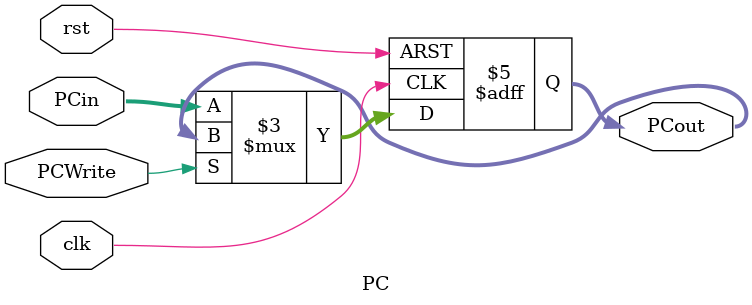
<source format=v>

module PC (	clk, 
		rst,
		PCWrite,
		PCin, 
		PCout);
	
	parameter pc_size = 18;
	
	input  clk, rst, PCWrite;
	input  [pc_size-1:0] PCin;
	output reg [pc_size-1:0] PCout;	   
	
	
	
	// write your code in here
	always@(posedge clk or posedge rst) begin
		if(rst)	
			PCout = 0;
		else if(PCWrite)
			PCout = PCout;
		else
			PCout = PCin;
	end
    		   
endmodule


</source>
